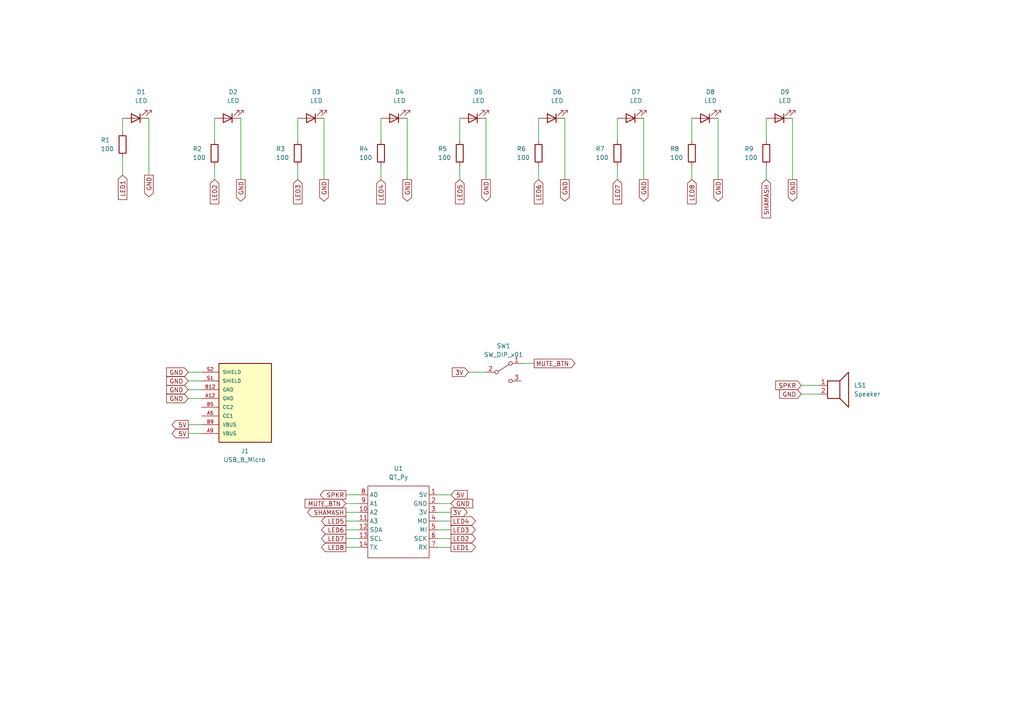
<source format=kicad_sch>
(kicad_sch (version 20211123) (generator eeschema)
  (paper "A4")
  (lib_symbols
    (symbol "Adafruit:QT_Py"
      (property "Reference" "U" (at 0 11.43 0))
      (property "Value" "QT_Py" (at 0 -11.43 0))
      (symbol "QT_Py_0_1"
        (rectangle (start -10.16 8.89) (end 10.668 -8.89))
      )
      (symbol "QT_Py_1_1"
        (pin power_in line (at -7.62 11.43 270) (length 2.54) (name "5V") (number "1"))
        (pin bidirectional line (at -2.54 -11.43 90) (length 2.54) (name "A2") (number "10"))
        (pin bidirectional line (at 0 -11.43 90) (length 2.54) (name "A3") (number "11"))
        (pin bidirectional line (at 2.54 -11.43 90) (length 2.54) (name "SDA") (number "12"))
        (pin bidirectional line (at 5.08 -11.43 90) (length 2.54) (name "SCL") (number "13"))
        (pin bidirectional line (at 7.62 -11.43 90) (length 2.54) (name "TX") (number "14"))
        (pin power_in line (at -5.08 11.43 270) (length 2.54) (name "GND") (number "2"))
        (pin output line (at -2.54 11.43 270) (length 2.54) (name "3V") (number "3"))
        (pin bidirectional line (at 0 11.43 270) (length 2.54) (name "MO") (number "4"))
        (pin bidirectional line (at 2.54 11.43 270) (length 2.54) (name "MI") (number "5"))
        (pin bidirectional line (at 5.08 11.43 270) (length 2.54) (name "SCK") (number "6"))
        (pin bidirectional line (at 7.62 11.43 270) (length 2.54) (name "RX") (number "7"))
        (pin bidirectional line (at -7.62 -11.43 90) (length 2.54) (name "A0") (number "8"))
        (pin bidirectional line (at -5.08 -11.43 90) (length 2.54) (name "A1") (number "9"))
      )
    )
    (symbol "CUI Devices:UJC-VP-3-SMT-TR" (pin_names (offset 1.016))
      (property "Reference" "J1" (at 13.97 3.81 0))
      (property "Value" "USB_B_Micro" (at 5.08 16.51 0))
      (symbol "UJC-VP-3-SMT-TR_0_0"
        (rectangle (start -7.62 -12.7) (end 7.62 10.16) (stroke (width 0.254)) (fill (type background)))
        (pin power_in line (at 12.7 -2.54 180) (length 5.08) (name "GND") (number "A12"))
        (pin passive line (at 12.7 2.54 180) (length 5.08) (name "CC1") (number "A5"))
        (pin power_in line (at 12.7 7.62 180) (length 5.08) (name "VBUS") (number "A9"))
        (pin power_in line (at 12.7 -5.08 180) (length 5.08) (name "GND") (number "B12"))
        (pin passive line (at 12.7 0 180) (length 5.08) (name "CC2") (number "B5"))
        (pin power_in line (at 12.7 5.08 180) (length 5.08) (name "VBUS") (number "B9"))
        (pin passive line (at 12.7 -7.62 180) (length 5.08) (name "SHIELD") (number "S1"))
        (pin passive line (at 12.7 -10.16 180) (length 5.08) (name "SHIELD") (number "S2"))
      )
    )
    (symbol "Device:LED" (pin_numbers hide) (pin_names (offset 1.016) hide)
      (property "Reference" "D" (at 0 2.54 0))
      (property "Value" "LED" (at 0 -2.54 0))
      (symbol "LED_0_1"
        (polyline (pts (xy -1.27 -1.27) (xy -1.27 1.27)) (stroke (width 0.254)))
        (polyline (pts (xy -1.27 0) (xy 1.27 0)))
        (polyline (pts (xy 1.27 -1.27) (xy 1.27 1.27) (xy -1.27 0) (xy 1.27 -1.27)) (stroke (width 0.254)))
        (polyline (pts (xy -3.048 -0.762) (xy -4.572 -2.286) (xy -3.81 -2.286) (xy -4.572 -2.286) (xy -4.572 -1.524)))
        (polyline (pts (xy -1.778 -0.762) (xy -3.302 -2.286) (xy -2.54 -2.286) (xy -3.302 -2.286) (xy -3.302 -1.524)))
      )
      (symbol "LED_1_1"
        (pin passive line (at -3.81 0 0) (length 2.54) (name "K") (number "1"))
        (pin passive line (at 3.81 0 180) (length 2.54) (name "A") (number "2"))
      )
    )
    (symbol "Device:R" (pin_numbers hide) (pin_names (offset 0))
      (property "Reference" "R" (at 2.032 0 90))
      (property "Value" "R" (at 0 0 90))
      (symbol "R_0_1"
        (rectangle (start -1.016 -2.54) (end 1.016 2.54) (stroke (width 0.254)))
      )
      (symbol "R_1_1"
        (pin passive line (at 0 3.81 270) (length 1.27) (name "~") (number "1"))
        (pin passive line (at 0 -3.81 90) (length 1.27) (name "~") (number "2"))
      )
    )
    (symbol "Device:Speaker" (pin_names (offset 0) hide)
      (property "Reference" "LS" (at 1.27 5.715 0))
      (property "Value" "Speaker" (at 1.27 3.81 0))
      (symbol "Speaker_0_0"
        (rectangle (start -2.54 1.27) (end 1.016 -3.81) (stroke (width 0.254)))
        (polyline (pts (xy 1.016 1.27) (xy 3.556 3.81) (xy 3.556 -6.35) (xy 1.016 -3.81)) (stroke (width 0.254)))
      )
      (symbol "Speaker_1_1"
        (pin input line (at -5.08 0 0) (length 2.54) (name "1") (number "1"))
        (pin input line (at -5.08 -2.54 0) (length 2.54) (name "2") (number "2"))
      )
    )
    (symbol "Switch:SW_SPDT" (pin_names (offset 0) hide)
      (property "Reference" "SW" (at 0 4.318 0))
      (property "Value" "SW_SPDT" (at 0 -5.08 0))
      (symbol "SW_SPDT_0_0"
        (circle (center -2.032 0) (radius 0.508))
        (circle (center 2.032 -2.54) (radius 0.508))
      )
      (symbol "SW_SPDT_0_1"
        (polyline (pts (xy -1.524 0.254) (xy 1.651 2.286)))
        (circle (center 2.032 2.54) (radius 0.508))
      )
      (symbol "SW_SPDT_1_1"
        (pin passive line (at 5.08 2.54 180) (length 2.54) (name "A") (number "1"))
        (pin passive line (at -5.08 0 0) (length 2.54) (name "B") (number "2"))
        (pin passive line (at 5.08 -2.54 180) (length 2.54) (name "C") (number "3"))
      )
    )
  )
  (wire (pts (xy 156.21 52.07) (xy 156.21 48.26)))
  (wire (pts (xy 54.61 110.49) (xy 58.42 110.49)))
  (wire (pts (xy 86.36 34.29) (xy 86.36 40.64)))
  (wire (pts (xy 179.07 34.29) (xy 179.07 40.64)))
  (wire (pts (xy 179.07 48.26) (xy 179.07 52.07)))
  (wire (pts (xy 118.11 34.29) (xy 118.11 52.07)))
  (wire (pts (xy 100.33 143.51) (xy 104.14 143.51)))
  (wire (pts (xy 100.33 153.67) (xy 104.14 153.67)))
  (wire (pts (xy 54.61 115.57) (xy 58.42 115.57)))
  (wire (pts (xy 200.66 34.29) (xy 200.66 40.64)))
  (wire (pts (xy 186.69 34.29) (xy 186.69 52.07)))
  (wire (pts (xy 130.81 156.21) (xy 127 156.21)))
  (wire (pts (xy 163.83 34.29) (xy 163.83 52.07)))
  (wire (pts (xy 232.41 111.76) (xy 237.49 111.76)))
  (wire (pts (xy 54.61 125.73) (xy 58.42 125.73)))
  (wire (pts (xy 43.18 34.29) (xy 43.18 50.8)))
  (wire (pts (xy 100.33 146.05) (xy 104.14 146.05)))
  (wire (pts (xy 133.35 34.29) (xy 133.35 40.64)))
  (wire (pts (xy 62.23 52.07) (xy 62.23 48.26)))
  (wire (pts (xy 130.81 148.59) (xy 127 148.59)))
  (wire (pts (xy 35.56 34.29) (xy 35.56 38.1)))
  (wire (pts (xy 135.89 107.95) (xy 140.97 107.95)))
  (wire (pts (xy 222.25 52.07) (xy 222.25 48.26)))
  (wire (pts (xy 100.33 158.75) (xy 104.14 158.75)))
  (wire (pts (xy 54.61 123.19) (xy 58.42 123.19)))
  (wire (pts (xy 110.49 34.29) (xy 110.49 40.64)))
  (wire (pts (xy 140.97 34.29) (xy 140.97 52.07)))
  (wire (pts (xy 110.49 52.07) (xy 110.49 48.26)))
  (wire (pts (xy 69.85 34.29) (xy 69.85 52.07)))
  (wire (pts (xy 208.28 34.29) (xy 208.28 52.07)))
  (wire (pts (xy 86.36 52.07) (xy 86.36 48.26)))
  (wire (pts (xy 232.41 114.3) (xy 237.49 114.3)))
  (wire (pts (xy 130.81 153.67) (xy 127 153.67)))
  (wire (pts (xy 130.81 158.75) (xy 127 158.75)))
  (wire (pts (xy 100.33 151.13) (xy 104.14 151.13)))
  (wire (pts (xy 54.61 113.03) (xy 58.42 113.03)))
  (wire (pts (xy 100.33 148.59) (xy 104.14 148.59)))
  (wire (pts (xy 93.98 34.29) (xy 93.98 52.07)))
  (wire (pts (xy 156.21 34.29) (xy 156.21 40.64)))
  (wire (pts (xy 154.94 105.41) (xy 151.13 105.41)))
  (wire (pts (xy 100.33 156.21) (xy 104.14 156.21)))
  (wire (pts (xy 222.25 34.29) (xy 222.25 40.64)))
  (wire (pts (xy 130.81 151.13) (xy 127 151.13)))
  (wire (pts (xy 133.35 52.07) (xy 133.35 48.26)))
  (wire (pts (xy 229.87 34.29) (xy 229.87 52.07)))
  (wire (pts (xy 130.81 143.51) (xy 127 143.51)))
  (wire (pts (xy 35.56 45.72) (xy 35.56 50.8)))
  (wire (pts (xy 200.66 52.07) (xy 200.66 48.26)))
  (wire (pts (xy 54.61 107.95) (xy 58.42 107.95)))
  (wire (pts (xy 62.23 34.29) (xy 62.23 40.64)))
  (wire (pts (xy 130.81 146.05) (xy 127 146.05)))
  (global_label "GND" (shape output) (at 69.85 52.07 270) (property "Intersheet References" "${INTERSHEET_REFS}" (effects hide)))
  (global_label "GND" (shape output) (at 43.18 50.8 270) (property "Intersheet References" "${INTERSHEET_REFS}" (effects hide)))
  (global_label "GND" (shape output) (at 93.98 52.07 270) (property "Intersheet References" "${INTERSHEET_REFS}" (effects hide)))
  (global_label "GND" (shape input) (at 130.81 146.05 0) (property "Intersheet References" "${INTERSHEET_REFS}" (effects hide)))
  (global_label "GND" (shape input) (at 54.61 113.03 180) (property "Intersheet References" "${INTERSHEET_REFS}" (effects hide)))
  (global_label "3V" (shape output) (at 130.81 148.59 0) (property "Intersheet References" "${INTERSHEET_REFS}" (effects hide)))
  (global_label "GND" (shape input) (at 54.61 110.49 180) (property "Intersheet References" "${INTERSHEET_REFS}" (effects hide)))
  (global_label "MUTE_BTN" (shape input) (at 100.33 146.05 180) (property "Intersheet References" "${INTERSHEET_REFS}" (effects hide)))
  (global_label "GND" (shape input) (at 54.61 115.57 180) (property "Intersheet References" "${INTERSHEET_REFS}" (effects hide)))
  (global_label "LED3" (shape output) (at 130.81 153.67 0) (property "Intersheet References" "${INTERSHEET_REFS}" (effects hide)))
  (global_label "LED8" (shape input) (at 200.66 52.07 270) (property "Intersheet References" "${INTERSHEET_REFS}" (effects hide)))
  (global_label "SPKR" (shape output) (at 100.33 143.51 180) (property "Intersheet References" "${INTERSHEET_REFS}" (effects hide)))
  (global_label "SHAMASH" (shape output) (at 100.33 148.59 180) (property "Intersheet References" "${INTERSHEET_REFS}" (effects hide)))
  (global_label "LED7" (shape input) (at 179.07 52.07 270) (property "Intersheet References" "${INTERSHEET_REFS}" (effects hide)))
  (global_label "5V" (shape output) (at 54.61 125.73 180) (property "Intersheet References" "${INTERSHEET_REFS}" (effects hide)))
  (global_label "LED6" (shape input) (at 156.21 52.07 270) (property "Intersheet References" "${INTERSHEET_REFS}" (effects hide)))
  (global_label "LED1" (shape output) (at 130.81 158.75 0) (property "Intersheet References" "${INTERSHEET_REFS}" (effects hide)))
  (global_label "LED4" (shape input) (at 110.49 52.07 270) (property "Intersheet References" "${INTERSHEET_REFS}" (effects hide)))
  (global_label "LED7" (shape output) (at 100.33 156.21 180) (property "Intersheet References" "${INTERSHEET_REFS}" (effects hide)))
  (global_label "GND" (shape input) (at 54.61 107.95 180) (property "Intersheet References" "${INTERSHEET_REFS}" (effects hide)))
  (global_label "SHAMASH" (shape input) (at 222.25 52.07 270) (property "Intersheet References" "${INTERSHEET_REFS}" (effects hide)))
  (global_label "LED1" (shape input) (at 35.56 50.8 270) (property "Intersheet References" "${INTERSHEET_REFS}" (effects hide)))
  (global_label "LED5" (shape input) (at 133.35 52.07 270) (property "Intersheet References" "${INTERSHEET_REFS}" (effects hide)))
  (global_label "5V" (shape output) (at 54.61 123.19 180) (property "Intersheet References" "${INTERSHEET_REFS}" (effects hide)))
  (global_label "LED6" (shape output) (at 100.33 153.67 180) (property "Intersheet References" "${INTERSHEET_REFS}" (effects hide)))
  (global_label "LED3" (shape input) (at 86.36 52.07 270) (property "Intersheet References" "${INTERSHEET_REFS}" (effects hide)))
  (global_label "MUTE_BTN" (shape output) (at 154.94 105.41 0) (property "Intersheet References" "${INTERSHEET_REFS}" (effects hide)))
  (global_label "GND" (shape output) (at 118.11 52.07 270) (property "Intersheet References" "${INTERSHEET_REFS}" (effects hide)))
  (global_label "LED2" (shape input) (at 62.23 52.07 270) (property "Intersheet References" "${INTERSHEET_REFS}" (effects hide)))
  (global_label "GND" (shape output) (at 208.28 52.07 270) (property "Intersheet References" "${INTERSHEET_REFS}" (effects hide)))
  (global_label "LED5" (shape output) (at 100.33 151.13 180) (property "Intersheet References" "${INTERSHEET_REFS}" (effects hide)))
  (global_label "5V" (shape input) (at 130.81 143.51 0) (property "Intersheet References" "${INTERSHEET_REFS}" (effects hide)))
  (global_label "LED8" (shape output) (at 100.33 158.75 180) (property "Intersheet References" "${INTERSHEET_REFS}" (effects hide)))
  (global_label "GND" (shape output) (at 186.69 52.07 270) (property "Intersheet References" "${INTERSHEET_REFS}" (effects hide)))
  (global_label "LED2" (shape output) (at 130.81 156.21 0) (property "Intersheet References" "${INTERSHEET_REFS}" (effects hide)))
  (global_label "LED4" (shape output) (at 130.81 151.13 0) (property "Intersheet References" "${INTERSHEET_REFS}" (effects hide)))
  (global_label "3V" (shape input) (at 135.89 107.95 180) (property "Intersheet References" "${INTERSHEET_REFS}" (effects hide)))
  (global_label "GND" (shape input) (at 232.41 114.3 180) (property "Intersheet References" "${INTERSHEET_REFS}" (effects hide)))
  (global_label "GND" (shape output) (at 163.83 52.07 270) (property "Intersheet References" "${INTERSHEET_REFS}" (effects hide)))
  (global_label "GND" (shape output) (at 140.97 52.07 270) (property "Intersheet References" "${INTERSHEET_REFS}" (effects hide)))
  (global_label "SPKR" (shape input) (at 232.41 111.76 180) (property "Intersheet References" "${INTERSHEET_REFS}" (effects hide)))
  (global_label "GND" (shape output) (at 229.87 52.07 270) (property "Intersheet References" "${INTERSHEET_REFS}" (effects hide)))
  (symbol (lib_id "Device:R") (at 156.21 44.45 0) (unit 1)
    (property "Reference" "R6" (at 149.86 43.18 0) (effects (justify left)))
    (property "Value" "100" (at 149.86 45.72 0) (effects (justify left)))
    (property "Footprint" "Resistor_THT:R_Axial_DIN0207_L6.3mm_D2.5mm_P7.62mm_Horizontal" (effects hide))
  )
  (symbol (lib_id "Device:LED") (at 160.02 34.29 180) (unit 1)
    (property "Reference" "D6" (at 161.6075 26.67 0))
    (property "Value" "LED" (at 161.6075 29.21 0))
    (property "Footprint" "LED_THT:LED_D5.0mm_Horizontal_O6.35mm_Z3.0mm" (effects hide))
  )
  (symbol (lib_id "Device:R") (at 179.07 44.45 0) (unit 1)
    (property "Reference" "R7" (at 172.72 43.18 0) (effects (justify left)))
    (property "Value" "100" (at 172.72 45.72 0) (effects (justify left)))
    (property "Footprint" "Resistor_THT:R_Axial_DIN0207_L6.3mm_D2.5mm_P7.62mm_Horizontal" (effects hide))
  )
  (symbol (lib_id "Device:R") (at 222.25 44.45 0) (unit 1)
    (property "Reference" "R9" (at 215.9 43.18 0) (effects (justify left)))
    (property "Value" "100" (at 215.9 45.72 0) (effects (justify left)))
    (property "Footprint" "Resistor_THT:R_Axial_DIN0207_L6.3mm_D2.5mm_P7.62mm_Horizontal" (effects hide))
  )
  (symbol (lib_id "Device:LED") (at 39.37 34.29 180) (unit 1)
    (property "Reference" "D1" (at 40.9575 26.67 0))
    (property "Value" "LED" (at 40.9575 29.21 0))
    (property "Footprint" "LED_THT:LED_D5.0mm_Horizontal_O6.35mm_Z3.0mm" (effects hide))
  )
  (symbol (lib_id "Device:R") (at 62.23 44.45 0) (unit 1)
    (property "Reference" "R2" (at 55.88 43.18 0) (effects (justify left)))
    (property "Value" "100" (at 55.88 45.72 0) (effects (justify left)))
    (property "Footprint" "Resistor_THT:R_Axial_DIN0207_L6.3mm_D2.5mm_P7.62mm_Horizontal" (effects hide))
  )
  (symbol (lib_id "Device:R") (at 35.56 41.91 0) (unit 1)
    (property "Reference" "R1" (at 29.21 40.64 0) (effects (justify left)))
    (property "Value" "100" (at 29.21 43.18 0) (effects (justify left)))
    (property "Footprint" "Resistor_THT:R_Axial_DIN0207_L6.3mm_D2.5mm_P7.62mm_Horizontal" (effects hide))
  )
  (symbol (lib_id "Switch:SW_SPDT") (at 146.05 107.95 0) (unit 1)
    (property "Reference" "SW1" (at 146.05 100.33 0))
    (property "Value" "SW_DIP_x01" (at 146.05 102.87 0))
    (property "Footprint" "E-Switch:EG1218" (effects hide))
    (property "MANUFACTURER" "CW Industries" (effects hide))
    (property "PARTREV" "May 20, 2003" (effects hide))
    (property "STANDARD" "Manufacturer Recommendations" (effects hide))
    (property "MAXIMUM_PACKAGE_HIEGHT" "14.96 mm" (effects hide))
  )
  (symbol (lib_id "Device:LED") (at 226.06 34.29 180) (unit 1)
    (property "Reference" "D9" (at 227.6475 26.67 0))
    (property "Value" "LED" (at 227.6475 29.21 0))
    (property "Footprint" "LED_THT:LED_D5.0mm_Horizontal_O6.35mm_Z3.0mm" (effects hide))
  )
  (symbol (lib_id "CUI Devices:UJC-VP-3-SMT-TR") (at 71.12 118.11 180) (unit 1)
    (property "Reference" "J1" (at 69.85 130.81 0) (effects (justify right)))
    (property "Value" "USB_B_Micro" (at 64.77 133.35 0) (effects (justify right)))
    (property "Footprint" "CUI Devices:CUI_UJC-VP-3-SMT-TR" (effects hide))
    (property "STANDARD" "Manufacturer Recommendations" (effects hide))
    (property "MAXIMUM_PACKAGE_HEIGHT" "6.5mm" (effects hide))
    (property "MANUFACTURER" "CUI Devices" (effects hide))
    (property "PARTREV" "1.0" (effects hide))
  )
  (symbol (lib_id "Device:LED") (at 114.3 34.29 180) (unit 1)
    (property "Reference" "D4" (at 115.8875 26.67 0))
    (property "Value" "LED" (at 115.8875 29.21 0))
    (property "Footprint" "LED_THT:LED_D5.0mm_Horizontal_O6.35mm_Z3.0mm" (effects hide))
  )
  (symbol (lib_id "Device:R") (at 86.36 44.45 0) (unit 1)
    (property "Reference" "R3" (at 80.01 43.18 0) (effects (justify left)))
    (property "Value" "100" (at 80.01 45.72 0) (effects (justify left)))
    (property "Footprint" "Resistor_THT:R_Axial_DIN0207_L6.3mm_D2.5mm_P7.62mm_Horizontal" (effects hide))
  )
  (symbol (lib_id "Device:LED") (at 182.88 34.29 180) (unit 1)
    (property "Reference" "D7" (at 184.4675 26.67 0))
    (property "Value" "LED" (at 184.4675 29.21 0))
    (property "Footprint" "LED_THT:LED_D5.0mm_Horizontal_O6.35mm_Z3.0mm" (effects hide))
  )
  (symbol (lib_id "Adafruit:QT_Py") (at 115.57 151.13 270) (unit 1)
    (property "Reference" "U1" (at 115.57 135.89 90))
    (property "Value" "QT_Py" (at 115.57 138.43 90))
    (property "Footprint" "Adafruit:QT Py" (effects hide))
  )
  (symbol (lib_id "Device:R") (at 200.66 44.45 0) (unit 1)
    (property "Reference" "R8" (at 194.31 43.18 0) (effects (justify left)))
    (property "Value" "100" (at 194.31 45.72 0) (effects (justify left)))
    (property "Footprint" "Resistor_THT:R_Axial_DIN0207_L6.3mm_D2.5mm_P7.62mm_Horizontal" (effects hide))
  )
  (symbol (lib_id "Device:Speaker") (at 242.57 111.76 0) (unit 1)
    (property "Reference" "LS1" (at 247.65 111.7599 0) (effects (justify left)))
    (property "Value" "Speaker" (at 247.65 114.2999 0) (effects (justify left)))
    (property "Footprint" "Adafruit:Piezo Buzzer" (effects hide))
  )
  (symbol (lib_id "Device:LED") (at 66.04 34.29 180) (unit 1)
    (property "Reference" "D2" (at 67.6275 26.67 0))
    (property "Value" "LED" (at 67.6275 29.21 0))
    (property "Footprint" "LED_THT:LED_D5.0mm_Horizontal_O6.35mm_Z3.0mm" (effects hide))
  )
  (symbol (lib_id "Device:LED") (at 137.16 34.29 180) (unit 1)
    (property "Reference" "D5" (at 138.7475 26.67 0))
    (property "Value" "LED" (at 138.7475 29.21 0))
    (property "Footprint" "LED_THT:LED_D5.0mm_Horizontal_O6.35mm_Z3.0mm" (effects hide))
  )
  (symbol (lib_id "Device:R") (at 110.49 44.45 0) (unit 1)
    (property "Reference" "R4" (at 104.14 43.18 0) (effects (justify left)))
    (property "Value" "100" (at 104.14 45.72 0) (effects (justify left)))
    (property "Footprint" "Resistor_THT:R_Axial_DIN0207_L6.3mm_D2.5mm_P7.62mm_Horizontal" (effects hide))
  )
  (symbol (lib_id "Device:R") (at 133.35 44.45 0) (unit 1)
    (property "Reference" "R5" (at 127 43.18 0) (effects (justify left)))
    (property "Value" "100" (at 127 45.72 0) (effects (justify left)))
    (property "Footprint" "Resistor_THT:R_Axial_DIN0207_L6.3mm_D2.5mm_P7.62mm_Horizontal" (effects hide))
  )
  (symbol (lib_id "Device:LED") (at 90.17 34.29 180) (unit 1)
    (property "Reference" "D3" (at 91.7575 26.67 0))
    (property "Value" "LED" (at 91.7575 29.21 0))
    (property "Footprint" "LED_THT:LED_D5.0mm_Horizontal_O6.35mm_Z3.0mm" (effects hide))
  )
  (symbol (lib_id "Device:LED") (at 204.47 34.29 180) (unit 1)
    (property "Reference" "D8" (at 206.0575 26.67 0))
    (property "Value" "LED" (at 206.0575 29.21 0))
    (property "Footprint" "LED_THT:LED_D5.0mm_Horizontal_O6.35mm_Z3.0mm" (effects hide))
  )
)
</source>
